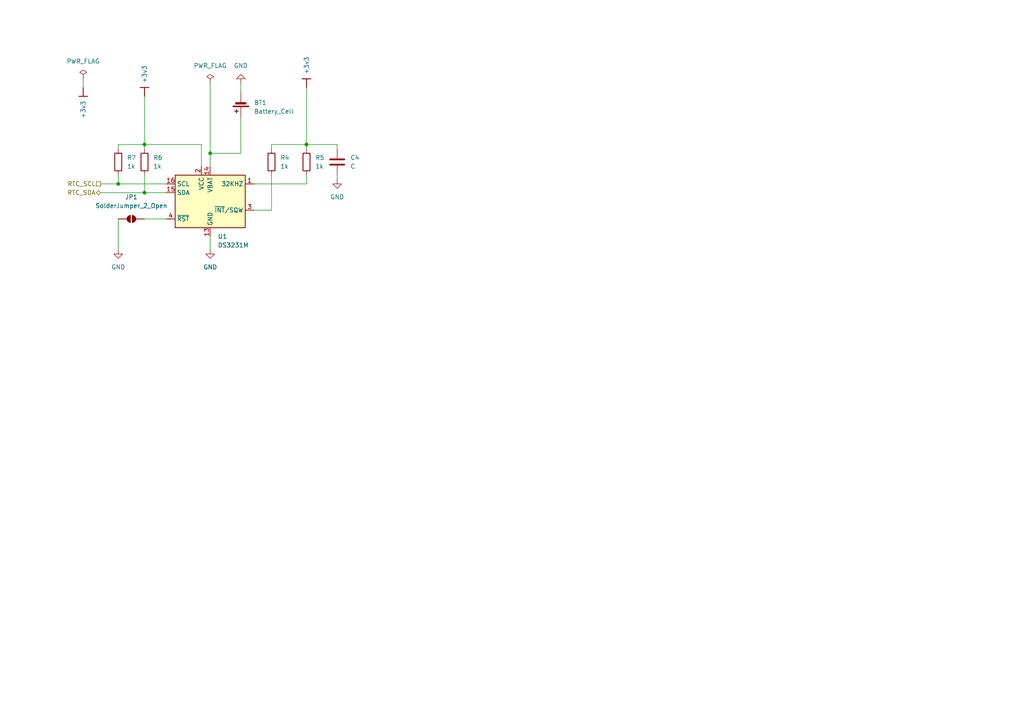
<source format=kicad_sch>
(kicad_sch (version 20231120) (generator "eeschema") (generator_version "8.0")
  (paper "A4")
  (lib_symbols
    (symbol "Device:Battery_Cell" (pin_numbers hide) (pin_names (offset 0) hide)
      (property "Reference" "BT" (at 2.54 2.54 0))
      (property "Value" "Battery_Cell" (at 2.54 0 0))
      (symbol "Battery_Cell_0_1"
        (rectangle (start -2.286 1.778) (end 2.286 1.524) (fill (type outline)))
        (rectangle (start -1.524 1.016) (end 1.524 0.508) (fill (type outline)))
        (polyline (pts (xy 0 0.762) (xy 0 0)))
        (polyline (pts (xy 0 1.778) (xy 0 2.54)))
        (polyline (pts (xy 0.762 3.048) (xy 1.778 3.048)) (stroke (width 0.254)))
        (polyline (pts (xy 1.27 3.556) (xy 1.27 2.54)) (stroke (width 0.254)))
      )
      (symbol "Battery_Cell_1_1"
        (pin passive line (at 0 5.08 270) (length 2.54) (name "+") (number "1"))
        (pin passive line (at 0 -2.54 90) (length 2.54) (name "-") (number "2"))
      )
    )
    (symbol "Device:C" (pin_numbers hide) (pin_names (offset 0.254))
      (property "Reference" "C" (at 0.635 2.54 0))
      (property "Value" "C" (at 0.635 -2.54 0))
      (symbol "C_0_1"
        (polyline (pts (xy -2.032 -0.762) (xy 2.032 -0.762)) (stroke (width 0.508)))
        (polyline (pts (xy -2.032 0.762) (xy 2.032 0.762)) (stroke (width 0.508)))
      )
      (symbol "C_1_1"
        (pin passive line (at 0 3.81 270) (length 2.794) (name "~") (number "1"))
        (pin passive line (at 0 -3.81 90) (length 2.794) (name "~") (number "2"))
      )
    )
    (symbol "Device:R" (pin_numbers hide) (pin_names (offset 0))
      (property "Reference" "R" (at 2.032 0 90))
      (property "Value" "R" (at 0 0 90))
      (symbol "R_0_1"
        (rectangle (start -1.016 -2.54) (end 1.016 2.54) (stroke (width 0.254)))
      )
      (symbol "R_1_1"
        (pin passive line (at 0 3.81 270) (length 1.27) (name "~") (number "1"))
        (pin passive line (at 0 -3.81 90) (length 1.27) (name "~") (number "2"))
      )
    )
    (symbol "FRDM-MCXN947__Shield_Template-altium-import:+3v3" (power)
      (property "Reference" "#PWR" (at 0 0 0))
      (property "Value" "+3v3" (at 0 3.81 0))
      (symbol "+3v3_0_0"
        (polyline (pts (xy -1.27 -2.54) (xy 1.27 -2.54)) (stroke (width 0.254)))
        (polyline (pts (xy 0 0) (xy 0 -2.54)) (stroke (width 0.254)))
        (pin power_in line (at 0 0 0) (length 0) hide (name "+3v3") (number ""))
      )
    )
    (symbol "Jumper:SolderJumper_2_Open" (pin_numbers hide) (pin_names (offset 0) hide) (exclude_from_sim yes) (in_bom no)
      (property "Reference" "JP" (at 0 2.032 0))
      (property "Value" "SolderJumper_2_Open" (at 0 -2.54 0))
      (symbol "SolderJumper_2_Open_0_1"
        (arc (start -0.254 1.016) (mid -1.2656 0) (end -0.254 -1.016))
        (arc (start -0.254 1.016) (mid -1.2656 0) (end -0.254 -1.016) (fill (type outline)))
        (polyline (pts (xy -0.254 1.016) (xy -0.254 -1.016)))
        (polyline (pts (xy 0.254 1.016) (xy 0.254 -1.016)))
        (arc (start 0.254 -1.016) (mid 1.2656 0) (end 0.254 1.016))
        (arc (start 0.254 -1.016) (mid 1.2656 0) (end 0.254 1.016) (fill (type outline)))
      )
      (symbol "SolderJumper_2_Open_1_1"
        (pin passive line (at -3.81 0 0) (length 2.54) (name "A") (number "1"))
        (pin passive line (at 3.81 0 180) (length 2.54) (name "B") (number "2"))
      )
    )
    (symbol "Timer_RTC:DS3231M"
      (property "Reference" "U" (at -7.62 8.89 0))
      (property "Value" "DS3231M" (at 10.16 8.89 0))
      (symbol "DS3231M_0_1"
        (rectangle (start -10.16 7.62) (end 10.16 -7.62) (stroke (width 0.254)) (fill (type background)))
      )
      (symbol "DS3231M_1_1"
        (pin open_collector line (at 12.7 5.08 180) (length 2.54) (name "32KHZ") (number "1"))
        (pin passive line (at 0 -10.16 90) (length 2.54) hide (name "GND") (number "10"))
        (pin passive line (at 0 -10.16 90) (length 2.54) hide (name "GND") (number "11"))
        (pin passive line (at 0 -10.16 90) (length 2.54) hide (name "GND") (number "12"))
        (pin power_in line (at 0 -10.16 90) (length 2.54) (name "GND") (number "13"))
        (pin power_in line (at 0 10.16 270) (length 2.54) (name "VBAT") (number "14"))
        (pin bidirectional line (at -12.7 2.54 0) (length 2.54) (name "SDA") (number "15"))
        (pin input line (at -12.7 5.08 0) (length 2.54) (name "SCL") (number "16"))
        (pin power_in line (at -2.54 10.16 270) (length 2.54) (name "VCC") (number "2"))
        (pin open_collector line (at 12.7 -2.54 180) (length 2.54) (name "~{INT}/SQW") (number "3"))
        (pin bidirectional line (at -12.7 -5.08 0) (length 2.54) (name "~{RST}") (number "4"))
        (pin passive line (at 0 -10.16 90) (length 2.54) hide (name "GND") (number "5"))
        (pin passive line (at 0 -10.16 90) (length 2.54) hide (name "GND") (number "6"))
        (pin passive line (at 0 -10.16 90) (length 2.54) hide (name "GND") (number "7"))
        (pin passive line (at 0 -10.16 90) (length 2.54) hide (name "GND") (number "8"))
        (pin passive line (at 0 -10.16 90) (length 2.54) hide (name "GND") (number "9"))
      )
    )
    (symbol "power:GND" (power) (pin_numbers hide) (pin_names (offset 0) hide)
      (property "Value" "GND" (at 0 -3.81 0))
      (symbol "GND_0_1"
        (polyline (pts (xy 0 0) (xy 0 -1.27) (xy 1.27 -1.27) (xy 0 -2.54) (xy -1.27 -1.27) (xy 0 -1.27)))
      )
      (symbol "GND_1_1"
        (pin power_in line (at 0 0 270) (length 0) (name "~") (number "1"))
      )
    )
    (symbol "power:PWR_FLAG" (power) (pin_numbers hide) (pin_names (offset 0) hide)
      (property "Value" "PWR_FLAG" (at 0 3.81 0))
      (symbol "PWR_FLAG_0_0"
        (pin power_out line (at 0 0 90) (length 0) (name "~") (number "1"))
      )
      (symbol "PWR_FLAG_0_1"
        (polyline (pts (xy 0 0) (xy 0 1.27) (xy -1.016 1.905) (xy 0 2.54) (xy 1.016 1.905) (xy 0 1.27)))
      )
    )
  )
  (junction (at 41.91 55.88))
  (junction (at 88.9 41.91))
  (junction (at 60.96 44.45))
  (junction (at 41.91 41.91))
  (junction (at 34.29 53.34))
  (wire (pts (xy 41.91 55.88) (xy 48.26 55.88)))
  (wire (pts (xy 97.79 52.07) (xy 97.79 50.8)))
  (wire (pts (xy 58.42 41.91) (xy 58.42 48.26)))
  (wire (pts (xy 41.91 41.91) (xy 41.91 43.18)))
  (wire (pts (xy 34.29 43.18) (xy 34.29 41.91)))
  (wire (pts (xy 41.91 41.91) (xy 58.42 41.91)))
  (wire (pts (xy 41.91 63.5) (xy 48.26 63.5)))
  (wire (pts (xy 24.13 22.86) (xy 24.13 25.4)))
  (wire (pts (xy 88.9 41.91) (xy 78.74 41.91)))
  (wire (pts (xy 34.29 53.34) (xy 48.26 53.34)))
  (wire (pts (xy 78.74 60.96) (xy 73.66 60.96)))
  (wire (pts (xy 41.91 50.8) (xy 41.91 55.88)))
  (wire (pts (xy 29.21 53.34) (xy 34.29 53.34)))
  (wire (pts (xy 34.29 50.8) (xy 34.29 53.34)))
  (wire (pts (xy 69.85 44.45) (xy 69.85 34.29)))
  (wire (pts (xy 29.21 55.88) (xy 41.91 55.88)))
  (wire (pts (xy 60.96 24.13) (xy 60.96 44.45)))
  (wire (pts (xy 34.29 41.91) (xy 41.91 41.91)))
  (wire (pts (xy 34.29 63.5) (xy 34.29 72.39)))
  (wire (pts (xy 97.79 43.18) (xy 97.79 41.91)))
  (wire (pts (xy 60.96 68.58) (xy 60.96 72.39)))
  (wire (pts (xy 97.79 41.91) (xy 88.9 41.91)))
  (wire (pts (xy 88.9 25.4) (xy 88.9 41.91)))
  (wire (pts (xy 78.74 41.91) (xy 78.74 43.18)))
  (wire (pts (xy 60.96 44.45) (xy 60.96 48.26)))
  (wire (pts (xy 88.9 53.34) (xy 88.9 50.8)))
  (wire (pts (xy 69.85 44.45) (xy 60.96 44.45)))
  (wire (pts (xy 69.85 24.13) (xy 69.85 26.67)))
  (wire (pts (xy 78.74 50.8) (xy 78.74 60.96)))
  (wire (pts (xy 88.9 41.91) (xy 88.9 43.18)))
  (wire (pts (xy 41.91 27.94) (xy 41.91 41.91)))
  (wire (pts (xy 73.66 53.34) (xy 88.9 53.34)))
  (hierarchical_label "RTC_SDA" (shape bidirectional) (at 29.21 55.88 180))
  (hierarchical_label "RTC_SCL" (shape passive) (at 29.21 53.34 180))
  (symbol (lib_id "Device:R") (at 41.91 46.99 0) (unit 1)
    (property "Reference" "R6" (at 44.45 45.7199 0) (effects (justify left)))
    (property "Value" "1k" (at 44.45 48.2599 0) (effects (justify left)))
    (property "Footprint" "Resistor_SMD:R_1206_3216Metric_Pad1.30x1.75mm_HandSolder" (effects (hide yes)))
    (property "Description" "Resistor" (effects (hide yes)))
  )
  (symbol (lib_id "Jumper:SolderJumper_2_Open") (at 38.1 63.5 0) (unit 1) (exclude_from_sim yes) (in_bom no)
    (property "Reference" "JP1" (at 38.1 57.15 0))
    (property "Value" "SolderJumper_2_Open" (at 38.1 59.69 0))
    (property "Footprint" "Jumper:SolderJumper-2_P1.3mm_Open_Pad1.0x1.5mm" (effects (hide yes)))
    (property "Description" "Solder Jumper, 2-pole, open" (effects (hide yes)))
  )
  (symbol (lib_id "FRDM-MCXN947__Shield_Template-altium-import:+3v3") (at 24.13 25.4 0) (unit 1)
    (property "Reference" "#PWR034" (effects (hide yes)))
    (property "Value" "+3v3" (at 24.13 29.21 90) (effects (justify right)))
  )
  (symbol (lib_id "power:GND") (at 97.79 52.07 0) (unit 1)
    (property "Reference" "#PWR014" (effects (hide yes)))
    (property "Value" "GND" (at 97.79 57.15 0))
    (property "Description" "Power symbol creates a global label with name \"GND\" , ground" (effects (hide yes)))
  )
  (symbol (lib_id "power:PWR_FLAG") (at 24.13 22.86 0) (unit 1)
    (property "Reference" "#FLG03" (effects (hide yes)))
    (property "Value" "PWR_FLAG" (at 24.13 17.78 0))
    (property "Description" "Special symbol for telling ERC where power comes from" (effects (hide yes)))
  )
  (symbol (lib_id "power:GND") (at 69.85 24.13 180) (unit 1)
    (property "Reference" "#PWR019" (effects (hide yes)))
    (property "Value" "GND" (at 69.85 19.05 0))
    (property "Description" "Power symbol creates a global label with name \"GND\" , ground" (effects (hide yes)))
  )
  (symbol (lib_id "Device:R") (at 78.74 46.99 0) (unit 1)
    (property "Reference" "R4" (at 81.28 45.7199 0) (effects (justify left)))
    (property "Value" "1k" (at 81.28 48.2599 0) (effects (justify left)))
    (property "Footprint" "Resistor_SMD:R_1206_3216Metric_Pad1.30x1.75mm_HandSolder" (effects (hide yes)))
    (property "Description" "Resistor" (effects (hide yes)))
  )
  (symbol (lib_id "Device:R") (at 88.9 46.99 0) (unit 1)
    (property "Reference" "R5" (at 91.44 45.7199 0) (effects (justify left)))
    (property "Value" "1k" (at 91.44 48.2599 0) (effects (justify left)))
    (property "Footprint" "Resistor_SMD:R_1206_3216Metric_Pad1.30x1.75mm_HandSolder" (effects (hide yes)))
    (property "Description" "Resistor" (effects (hide yes)))
  )
  (symbol (lib_id "Device:Battery_Cell") (at 69.85 29.21 180) (unit 1)
    (property "Reference" "BT1" (at 73.66 29.7814 0) (effects (justify right)))
    (property "Value" "Battery_Cell" (at 73.66 32.3214 0) (effects (justify right)))
    (property "Footprint" "Battery:Battery_Panasonic_CR2032-HFN_Horizontal_CircularHoles" (effects (hide yes)))
    (property "Description" "Single-cell battery" (effects (hide yes)))
  )
  (symbol (lib_id "power:GND") (at 60.96 72.39 0) (unit 1)
    (property "Reference" "#PWR016" (effects (hide yes)))
    (property "Value" "GND" (at 60.96 77.47 0))
    (property "Description" "Power symbol creates a global label with name \"GND\" , ground" (effects (hide yes)))
  )
  (symbol (lib_id "Timer_RTC:DS3231M") (at 60.96 58.42 0) (unit 1)
    (property "Reference" "U1" (at 63.1541 68.58 0) (effects (justify left)))
    (property "Value" "DS3231M" (at 63.1541 71.12 0) (effects (justify left)))
    (property "Footprint" "Package_SO:SOIC-16W_7.5x10.3mm_P1.27mm" (effects (hide yes)))
    (property "Datasheet" "http://datasheets.maximintegrated.com/en/ds/DS3231.pdf" (effects (hide yes)))
    (property "Description" "Extremely Accurate I2C-Integrated RTC/TCXO/Crystal SOIC-16" (effects (hide yes)))
  )
  (symbol (lib_id "power:PWR_FLAG") (at 60.96 24.13 0) (unit 1)
    (property "Reference" "#FLG04" (effects (hide yes)))
    (property "Value" "PWR_FLAG" (at 60.96 19.05 0))
    (property "Description" "Special symbol for telling ERC where power comes from" (effects (hide yes)))
  )
  (symbol (lib_id "Device:C") (at 97.79 46.99 0) (unit 1)
    (property "Reference" "C4" (at 101.6 45.7199 0) (effects (justify left)))
    (property "Value" "C" (at 101.6 48.2599 0) (effects (justify left)))
    (property "Footprint" "Capacitor_SMD:C_1206_3216Metric_Pad1.33x1.80mm_HandSolder" (effects (hide yes)))
    (property "Description" "Unpolarized capacitor" (effects (hide yes)))
  )
  (symbol (lib_id "power:GND") (at 34.29 72.39 0) (unit 1)
    (property "Reference" "#PWR017" (effects (hide yes)))
    (property "Value" "GND" (at 34.29 77.47 0))
    (property "Description" "Power symbol creates a global label with name \"GND\" , ground" (effects (hide yes)))
  )
  (symbol (lib_id "Device:R") (at 34.29 46.99 0) (unit 1)
    (property "Reference" "R7" (at 36.83 45.7199 0) (effects (justify left)))
    (property "Value" "1k" (at 36.83 48.2599 0) (effects (justify left)))
    (property "Footprint" "Resistor_SMD:R_1206_3216Metric_Pad1.30x1.75mm_HandSolder" (effects (hide yes)))
    (property "Description" "Resistor" (effects (hide yes)))
  )
  (symbol (lib_id "FRDM-MCXN947__Shield_Template-altium-import:+3v3") (at 88.9 25.4 180) (unit 1)
    (property "Reference" "#PWR018" (effects (hide yes)))
    (property "Value" "+3v3" (at 88.9 21.59 90) (effects (justify right)))
  )
  (symbol (lib_id "FRDM-MCXN947__Shield_Template-altium-import:+3v3") (at 41.91 27.94 180) (unit 1)
    (property "Reference" "#PWR015" (effects (hide yes)))
    (property "Value" "+3v3" (at 41.91 24.13 90) (effects (justify right)))
  )
)
</source>
